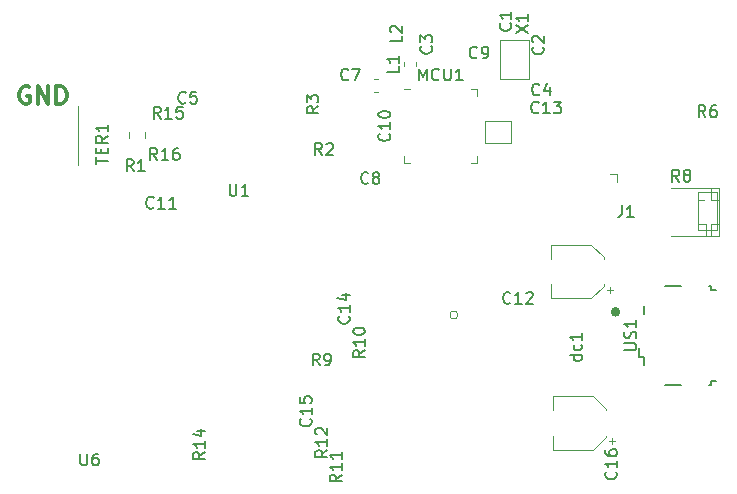
<source format=gbr>
G04 #@! TF.GenerationSoftware,KiCad,Pcbnew,(5.1.2)-1*
G04 #@! TF.CreationDate,2019-08-02T22:36:28-03:00*
G04 #@! TF.ProjectId,Medidor,4d656469-646f-4722-9e6b-696361645f70,rev?*
G04 #@! TF.SameCoordinates,Original*
G04 #@! TF.FileFunction,Legend,Top*
G04 #@! TF.FilePolarity,Positive*
%FSLAX46Y46*%
G04 Gerber Fmt 4.6, Leading zero omitted, Abs format (unit mm)*
G04 Created by KiCad (PCBNEW (5.1.2)-1) date 2019-08-02 22:36:28*
%MOMM*%
%LPD*%
G04 APERTURE LIST*
%ADD10C,0.120000*%
%ADD11C,0.300000*%
%ADD12C,0.400000*%
%ADD13C,0.150000*%
G04 APERTURE END LIST*
D10*
X121309458Y-119253000D02*
G75*
G03X121309458Y-119253000I-341958J0D01*
G01*
X143351250Y-109537500D02*
X142779750Y-109537500D01*
X142240000Y-111506000D02*
X141668500Y-111506000D01*
X142176500Y-109537500D02*
X141605000Y-109537500D01*
X143383000Y-111506000D02*
X142811500Y-111506000D01*
X142303500Y-112522000D02*
X142303500Y-111506000D01*
X142748000Y-109537500D02*
X142748000Y-108521500D01*
X142748000Y-112522000D02*
X142748000Y-111506000D01*
X139383000Y-112521500D02*
X143383000Y-112521500D01*
X139383000Y-108521500D02*
X143383000Y-108521500D01*
X143383000Y-108521500D02*
X143383000Y-112521500D01*
D11*
X85026642Y-99961000D02*
X84883785Y-99889571D01*
X84669500Y-99889571D01*
X84455214Y-99961000D01*
X84312357Y-100103857D01*
X84240928Y-100246714D01*
X84169500Y-100532428D01*
X84169500Y-100746714D01*
X84240928Y-101032428D01*
X84312357Y-101175285D01*
X84455214Y-101318142D01*
X84669500Y-101389571D01*
X84812357Y-101389571D01*
X85026642Y-101318142D01*
X85098071Y-101246714D01*
X85098071Y-100746714D01*
X84812357Y-100746714D01*
X85740928Y-101389571D02*
X85740928Y-99889571D01*
X86598071Y-101389571D01*
X86598071Y-99889571D01*
X87312357Y-101389571D02*
X87312357Y-99889571D01*
X87669500Y-99889571D01*
X87883785Y-99961000D01*
X88026642Y-100103857D01*
X88098071Y-100246714D01*
X88169500Y-100532428D01*
X88169500Y-100746714D01*
X88098071Y-101032428D01*
X88026642Y-101175285D01*
X87883785Y-101318142D01*
X87669500Y-101389571D01*
X87312357Y-101389571D01*
D10*
X134797800Y-107315000D02*
X134797800Y-107950000D01*
X134162800Y-107315000D02*
X134797800Y-107315000D01*
X114238721Y-100332000D02*
X114564279Y-100332000D01*
X114238721Y-99312000D02*
X114564279Y-99312000D01*
X129143500Y-113310000D02*
X129143500Y-114510000D01*
X129143500Y-117830000D02*
X129143500Y-116630000D01*
X132599063Y-117830000D02*
X129143500Y-117830000D01*
X132599063Y-113310000D02*
X129143500Y-113310000D01*
X133663500Y-114374437D02*
X133663500Y-114510000D01*
X133663500Y-116765563D02*
X133663500Y-116630000D01*
X133663500Y-116765563D02*
X132599063Y-117830000D01*
X133663500Y-114374437D02*
X132599063Y-113310000D01*
X134403500Y-117130000D02*
X133903500Y-117130000D01*
X134153500Y-117380000D02*
X134153500Y-116880000D01*
X134322000Y-130207000D02*
X134322000Y-129707000D01*
X134572000Y-129957000D02*
X134072000Y-129957000D01*
X133832000Y-127201437D02*
X132767563Y-126137000D01*
X133832000Y-129592563D02*
X132767563Y-130657000D01*
X133832000Y-129592563D02*
X133832000Y-129457000D01*
X133832000Y-127201437D02*
X133832000Y-127337000D01*
X132767563Y-126137000D02*
X129312000Y-126137000D01*
X132767563Y-130657000D02*
X129312000Y-130657000D01*
X129312000Y-130657000D02*
X129312000Y-129457000D01*
X129312000Y-126137000D02*
X129312000Y-127337000D01*
X117794500Y-98168779D02*
X117794500Y-97843221D01*
X116774500Y-98168779D02*
X116774500Y-97843221D01*
X117264500Y-100141000D02*
X116714500Y-100141000D01*
X122934500Y-106361000D02*
X122934500Y-105811000D01*
X122384500Y-106361000D02*
X122934500Y-106361000D01*
X116714500Y-106361000D02*
X116714500Y-105811000D01*
X117264500Y-106361000D02*
X116714500Y-106361000D01*
X122934500Y-100141000D02*
X122934500Y-100691000D01*
X122384500Y-100141000D02*
X122934500Y-100141000D01*
X141605000Y-112059000D02*
X143225000Y-112059000D01*
X143225000Y-108839000D02*
X143230600Y-112059000D01*
X141605000Y-108839000D02*
X143225000Y-108839000D01*
X141605000Y-108839000D02*
X141605000Y-112059000D01*
X94842400Y-104273878D02*
X94842400Y-103756722D01*
X93422400Y-104273878D02*
X93422400Y-103756722D01*
X127361000Y-95948500D02*
X127361000Y-99268500D01*
X124841000Y-99268500D02*
X127361000Y-99268500D01*
X124841000Y-95948500D02*
X124841000Y-99268500D01*
X124841000Y-95948500D02*
X127361000Y-95948500D01*
X123571000Y-104724200D02*
X123571000Y-102793800D01*
X125806200Y-104724200D02*
X123571000Y-104724200D01*
X125806200Y-102793800D02*
X125806200Y-104724200D01*
X123571000Y-102793800D02*
X125806200Y-102793800D01*
D12*
X134835000Y-118990500D02*
G75*
G03X134835000Y-118990500I-200000J0D01*
G01*
D13*
X138796000Y-125139000D02*
X140196000Y-125139000D01*
X142596000Y-125139000D02*
X142746000Y-125139000D01*
X142746000Y-125139000D02*
X142746000Y-124839000D01*
X142746000Y-124839000D02*
X143196000Y-124839000D01*
X143196000Y-117139000D02*
X142746000Y-117139000D01*
X142746000Y-117139000D02*
X142746000Y-116839000D01*
X142746000Y-116839000D02*
X142596000Y-116839000D01*
X140196000Y-116839000D02*
X138796000Y-116839000D01*
X136621000Y-122064000D02*
X136621000Y-122789000D01*
X136621000Y-122789000D02*
X137046000Y-122789000D01*
X137046000Y-122789000D02*
X137046000Y-123514000D01*
X137046000Y-119189000D02*
X137046000Y-118464000D01*
D10*
X89103200Y-101549200D02*
X89103200Y-106549200D01*
D13*
X128204933Y-100560142D02*
X128157314Y-100607761D01*
X128014457Y-100655380D01*
X127919219Y-100655380D01*
X127776361Y-100607761D01*
X127681123Y-100512523D01*
X127633504Y-100417285D01*
X127585885Y-100226809D01*
X127585885Y-100083952D01*
X127633504Y-99893476D01*
X127681123Y-99798238D01*
X127776361Y-99703000D01*
X127919219Y-99655380D01*
X128014457Y-99655380D01*
X128157314Y-99703000D01*
X128204933Y-99750619D01*
X129062076Y-99988714D02*
X129062076Y-100655380D01*
X128823980Y-99607761D02*
X128585885Y-100322047D01*
X129204933Y-100322047D01*
X135201066Y-109955080D02*
X135201066Y-110669366D01*
X135153447Y-110812223D01*
X135058209Y-110907461D01*
X134915352Y-110955080D01*
X134820114Y-110955080D01*
X136201066Y-110955080D02*
X135629638Y-110955080D01*
X135915352Y-110955080D02*
X135915352Y-109955080D01*
X135820114Y-110097938D01*
X135724876Y-110193176D01*
X135629638Y-110240795D01*
X125733142Y-94550666D02*
X125780761Y-94598285D01*
X125828380Y-94741142D01*
X125828380Y-94836380D01*
X125780761Y-94979238D01*
X125685523Y-95074476D01*
X125590285Y-95122095D01*
X125399809Y-95169714D01*
X125256952Y-95169714D01*
X125066476Y-95122095D01*
X124971238Y-95074476D01*
X124876000Y-94979238D01*
X124828380Y-94836380D01*
X124828380Y-94741142D01*
X124876000Y-94598285D01*
X124923619Y-94550666D01*
X125828380Y-93598285D02*
X125828380Y-94169714D01*
X125828380Y-93884000D02*
X124828380Y-93884000D01*
X124971238Y-93979238D01*
X125066476Y-94074476D01*
X125114095Y-94169714D01*
X128500142Y-96559666D02*
X128547761Y-96607285D01*
X128595380Y-96750142D01*
X128595380Y-96845380D01*
X128547761Y-96988238D01*
X128452523Y-97083476D01*
X128357285Y-97131095D01*
X128166809Y-97178714D01*
X128023952Y-97178714D01*
X127833476Y-97131095D01*
X127738238Y-97083476D01*
X127643000Y-96988238D01*
X127595380Y-96845380D01*
X127595380Y-96750142D01*
X127643000Y-96607285D01*
X127690619Y-96559666D01*
X127690619Y-96178714D02*
X127643000Y-96131095D01*
X127595380Y-96035857D01*
X127595380Y-95797761D01*
X127643000Y-95702523D01*
X127690619Y-95654904D01*
X127785857Y-95607285D01*
X127881095Y-95607285D01*
X128023952Y-95654904D01*
X128595380Y-96226333D01*
X128595380Y-95607285D01*
X119038642Y-96496166D02*
X119086261Y-96543785D01*
X119133880Y-96686642D01*
X119133880Y-96781880D01*
X119086261Y-96924738D01*
X118991023Y-97019976D01*
X118895785Y-97067595D01*
X118705309Y-97115214D01*
X118562452Y-97115214D01*
X118371976Y-97067595D01*
X118276738Y-97019976D01*
X118181500Y-96924738D01*
X118133880Y-96781880D01*
X118133880Y-96686642D01*
X118181500Y-96543785D01*
X118229119Y-96496166D01*
X118133880Y-96162833D02*
X118133880Y-95543785D01*
X118514833Y-95877119D01*
X118514833Y-95734261D01*
X118562452Y-95639023D01*
X118610071Y-95591404D01*
X118705309Y-95543785D01*
X118943404Y-95543785D01*
X119038642Y-95591404D01*
X119086261Y-95639023D01*
X119133880Y-95734261D01*
X119133880Y-96019976D01*
X119086261Y-96115214D01*
X119038642Y-96162833D01*
X98258333Y-101256242D02*
X98210714Y-101303861D01*
X98067857Y-101351480D01*
X97972619Y-101351480D01*
X97829761Y-101303861D01*
X97734523Y-101208623D01*
X97686904Y-101113385D01*
X97639285Y-100922909D01*
X97639285Y-100780052D01*
X97686904Y-100589576D01*
X97734523Y-100494338D01*
X97829761Y-100399100D01*
X97972619Y-100351480D01*
X98067857Y-100351480D01*
X98210714Y-100399100D01*
X98258333Y-100446719D01*
X99163095Y-100351480D02*
X98686904Y-100351480D01*
X98639285Y-100827671D01*
X98686904Y-100780052D01*
X98782142Y-100732433D01*
X99020238Y-100732433D01*
X99115476Y-100780052D01*
X99163095Y-100827671D01*
X99210714Y-100922909D01*
X99210714Y-101161004D01*
X99163095Y-101256242D01*
X99115476Y-101303861D01*
X99020238Y-101351480D01*
X98782142Y-101351480D01*
X98686904Y-101303861D01*
X98639285Y-101256242D01*
X112037833Y-99290142D02*
X111990214Y-99337761D01*
X111847357Y-99385380D01*
X111752119Y-99385380D01*
X111609261Y-99337761D01*
X111514023Y-99242523D01*
X111466404Y-99147285D01*
X111418785Y-98956809D01*
X111418785Y-98813952D01*
X111466404Y-98623476D01*
X111514023Y-98528238D01*
X111609261Y-98433000D01*
X111752119Y-98385380D01*
X111847357Y-98385380D01*
X111990214Y-98433000D01*
X112037833Y-98480619D01*
X112371166Y-98385380D02*
X113037833Y-98385380D01*
X112609261Y-99385380D01*
X113711833Y-108053142D02*
X113664214Y-108100761D01*
X113521357Y-108148380D01*
X113426119Y-108148380D01*
X113283261Y-108100761D01*
X113188023Y-108005523D01*
X113140404Y-107910285D01*
X113092785Y-107719809D01*
X113092785Y-107576952D01*
X113140404Y-107386476D01*
X113188023Y-107291238D01*
X113283261Y-107196000D01*
X113426119Y-107148380D01*
X113521357Y-107148380D01*
X113664214Y-107196000D01*
X113711833Y-107243619D01*
X114283261Y-107576952D02*
X114188023Y-107529333D01*
X114140404Y-107481714D01*
X114092785Y-107386476D01*
X114092785Y-107338857D01*
X114140404Y-107243619D01*
X114188023Y-107196000D01*
X114283261Y-107148380D01*
X114473738Y-107148380D01*
X114568976Y-107196000D01*
X114616595Y-107243619D01*
X114664214Y-107338857D01*
X114664214Y-107386476D01*
X114616595Y-107481714D01*
X114568976Y-107529333D01*
X114473738Y-107576952D01*
X114283261Y-107576952D01*
X114188023Y-107624571D01*
X114140404Y-107672190D01*
X114092785Y-107767428D01*
X114092785Y-107957904D01*
X114140404Y-108053142D01*
X114188023Y-108100761D01*
X114283261Y-108148380D01*
X114473738Y-108148380D01*
X114568976Y-108100761D01*
X114616595Y-108053142D01*
X114664214Y-107957904D01*
X114664214Y-107767428D01*
X114616595Y-107672190D01*
X114568976Y-107624571D01*
X114473738Y-107576952D01*
X122919333Y-97425642D02*
X122871714Y-97473261D01*
X122728857Y-97520880D01*
X122633619Y-97520880D01*
X122490761Y-97473261D01*
X122395523Y-97378023D01*
X122347904Y-97282785D01*
X122300285Y-97092309D01*
X122300285Y-96949452D01*
X122347904Y-96758976D01*
X122395523Y-96663738D01*
X122490761Y-96568500D01*
X122633619Y-96520880D01*
X122728857Y-96520880D01*
X122871714Y-96568500D01*
X122919333Y-96616119D01*
X123395523Y-97520880D02*
X123586000Y-97520880D01*
X123681238Y-97473261D01*
X123728857Y-97425642D01*
X123824095Y-97282785D01*
X123871714Y-97092309D01*
X123871714Y-96711357D01*
X123824095Y-96616119D01*
X123776476Y-96568500D01*
X123681238Y-96520880D01*
X123490761Y-96520880D01*
X123395523Y-96568500D01*
X123347904Y-96616119D01*
X123300285Y-96711357D01*
X123300285Y-96949452D01*
X123347904Y-97044690D01*
X123395523Y-97092309D01*
X123490761Y-97139928D01*
X123681238Y-97139928D01*
X123776476Y-97092309D01*
X123824095Y-97044690D01*
X123871714Y-96949452D01*
X115482642Y-103893857D02*
X115530261Y-103941476D01*
X115577880Y-104084333D01*
X115577880Y-104179571D01*
X115530261Y-104322428D01*
X115435023Y-104417666D01*
X115339785Y-104465285D01*
X115149309Y-104512904D01*
X115006452Y-104512904D01*
X114815976Y-104465285D01*
X114720738Y-104417666D01*
X114625500Y-104322428D01*
X114577880Y-104179571D01*
X114577880Y-104084333D01*
X114625500Y-103941476D01*
X114673119Y-103893857D01*
X115577880Y-102941476D02*
X115577880Y-103512904D01*
X115577880Y-103227190D02*
X114577880Y-103227190D01*
X114720738Y-103322428D01*
X114815976Y-103417666D01*
X114863595Y-103512904D01*
X114577880Y-102322428D02*
X114577880Y-102227190D01*
X114625500Y-102131952D01*
X114673119Y-102084333D01*
X114768357Y-102036714D01*
X114958833Y-101989095D01*
X115196928Y-101989095D01*
X115387404Y-102036714D01*
X115482642Y-102084333D01*
X115530261Y-102131952D01*
X115577880Y-102227190D01*
X115577880Y-102322428D01*
X115530261Y-102417666D01*
X115482642Y-102465285D01*
X115387404Y-102512904D01*
X115196928Y-102560523D01*
X114958833Y-102560523D01*
X114768357Y-102512904D01*
X114673119Y-102465285D01*
X114625500Y-102417666D01*
X114577880Y-102322428D01*
X95536642Y-110148642D02*
X95489023Y-110196261D01*
X95346166Y-110243880D01*
X95250928Y-110243880D01*
X95108071Y-110196261D01*
X95012833Y-110101023D01*
X94965214Y-110005785D01*
X94917595Y-109815309D01*
X94917595Y-109672452D01*
X94965214Y-109481976D01*
X95012833Y-109386738D01*
X95108071Y-109291500D01*
X95250928Y-109243880D01*
X95346166Y-109243880D01*
X95489023Y-109291500D01*
X95536642Y-109339119D01*
X96489023Y-110243880D02*
X95917595Y-110243880D01*
X96203309Y-110243880D02*
X96203309Y-109243880D01*
X96108071Y-109386738D01*
X96012833Y-109481976D01*
X95917595Y-109529595D01*
X97441404Y-110243880D02*
X96869976Y-110243880D01*
X97155690Y-110243880D02*
X97155690Y-109243880D01*
X97060452Y-109386738D01*
X96965214Y-109481976D01*
X96869976Y-109529595D01*
X125744142Y-118213142D02*
X125696523Y-118260761D01*
X125553666Y-118308380D01*
X125458428Y-118308380D01*
X125315571Y-118260761D01*
X125220333Y-118165523D01*
X125172714Y-118070285D01*
X125125095Y-117879809D01*
X125125095Y-117736952D01*
X125172714Y-117546476D01*
X125220333Y-117451238D01*
X125315571Y-117356000D01*
X125458428Y-117308380D01*
X125553666Y-117308380D01*
X125696523Y-117356000D01*
X125744142Y-117403619D01*
X126696523Y-118308380D02*
X126125095Y-118308380D01*
X126410809Y-118308380D02*
X126410809Y-117308380D01*
X126315571Y-117451238D01*
X126220333Y-117546476D01*
X126125095Y-117594095D01*
X127077476Y-117403619D02*
X127125095Y-117356000D01*
X127220333Y-117308380D01*
X127458428Y-117308380D01*
X127553666Y-117356000D01*
X127601285Y-117403619D01*
X127648904Y-117498857D01*
X127648904Y-117594095D01*
X127601285Y-117736952D01*
X127029857Y-118308380D01*
X127648904Y-118308380D01*
X128135142Y-102084142D02*
X128087523Y-102131761D01*
X127944666Y-102179380D01*
X127849428Y-102179380D01*
X127706571Y-102131761D01*
X127611333Y-102036523D01*
X127563714Y-101941285D01*
X127516095Y-101750809D01*
X127516095Y-101607952D01*
X127563714Y-101417476D01*
X127611333Y-101322238D01*
X127706571Y-101227000D01*
X127849428Y-101179380D01*
X127944666Y-101179380D01*
X128087523Y-101227000D01*
X128135142Y-101274619D01*
X129087523Y-102179380D02*
X128516095Y-102179380D01*
X128801809Y-102179380D02*
X128801809Y-101179380D01*
X128706571Y-101322238D01*
X128611333Y-101417476D01*
X128516095Y-101465095D01*
X129420857Y-101179380D02*
X130039904Y-101179380D01*
X129706571Y-101560333D01*
X129849428Y-101560333D01*
X129944666Y-101607952D01*
X129992285Y-101655571D01*
X130039904Y-101750809D01*
X130039904Y-101988904D01*
X129992285Y-102084142D01*
X129944666Y-102131761D01*
X129849428Y-102179380D01*
X129563714Y-102179380D01*
X129468476Y-102131761D01*
X129420857Y-102084142D01*
X112053642Y-119357657D02*
X112101261Y-119405276D01*
X112148880Y-119548133D01*
X112148880Y-119643371D01*
X112101261Y-119786228D01*
X112006023Y-119881466D01*
X111910785Y-119929085D01*
X111720309Y-119976704D01*
X111577452Y-119976704D01*
X111386976Y-119929085D01*
X111291738Y-119881466D01*
X111196500Y-119786228D01*
X111148880Y-119643371D01*
X111148880Y-119548133D01*
X111196500Y-119405276D01*
X111244119Y-119357657D01*
X112148880Y-118405276D02*
X112148880Y-118976704D01*
X112148880Y-118690990D02*
X111148880Y-118690990D01*
X111291738Y-118786228D01*
X111386976Y-118881466D01*
X111434595Y-118976704D01*
X111482214Y-117548133D02*
X112148880Y-117548133D01*
X111101261Y-117786228D02*
X111815547Y-118024323D01*
X111815547Y-117405276D01*
X108815142Y-128046857D02*
X108862761Y-128094476D01*
X108910380Y-128237333D01*
X108910380Y-128332571D01*
X108862761Y-128475428D01*
X108767523Y-128570666D01*
X108672285Y-128618285D01*
X108481809Y-128665904D01*
X108338952Y-128665904D01*
X108148476Y-128618285D01*
X108053238Y-128570666D01*
X107958000Y-128475428D01*
X107910380Y-128332571D01*
X107910380Y-128237333D01*
X107958000Y-128094476D01*
X108005619Y-128046857D01*
X108910380Y-127094476D02*
X108910380Y-127665904D01*
X108910380Y-127380190D02*
X107910380Y-127380190D01*
X108053238Y-127475428D01*
X108148476Y-127570666D01*
X108196095Y-127665904D01*
X107910380Y-126189714D02*
X107910380Y-126665904D01*
X108386571Y-126713523D01*
X108338952Y-126665904D01*
X108291333Y-126570666D01*
X108291333Y-126332571D01*
X108338952Y-126237333D01*
X108386571Y-126189714D01*
X108481809Y-126142095D01*
X108719904Y-126142095D01*
X108815142Y-126189714D01*
X108862761Y-126237333D01*
X108910380Y-126332571D01*
X108910380Y-126570666D01*
X108862761Y-126665904D01*
X108815142Y-126713523D01*
X134659642Y-132532357D02*
X134707261Y-132579976D01*
X134754880Y-132722833D01*
X134754880Y-132818071D01*
X134707261Y-132960928D01*
X134612023Y-133056166D01*
X134516785Y-133103785D01*
X134326309Y-133151404D01*
X134183452Y-133151404D01*
X133992976Y-133103785D01*
X133897738Y-133056166D01*
X133802500Y-132960928D01*
X133754880Y-132818071D01*
X133754880Y-132722833D01*
X133802500Y-132579976D01*
X133850119Y-132532357D01*
X134754880Y-131579976D02*
X134754880Y-132151404D01*
X134754880Y-131865690D02*
X133754880Y-131865690D01*
X133897738Y-131960928D01*
X133992976Y-132056166D01*
X134040595Y-132151404D01*
X133754880Y-130722833D02*
X133754880Y-130913309D01*
X133802500Y-131008547D01*
X133850119Y-131056166D01*
X133992976Y-131151404D01*
X134183452Y-131199023D01*
X134564404Y-131199023D01*
X134659642Y-131151404D01*
X134707261Y-131103785D01*
X134754880Y-131008547D01*
X134754880Y-130818071D01*
X134707261Y-130722833D01*
X134659642Y-130675214D01*
X134564404Y-130627595D01*
X134326309Y-130627595D01*
X134231071Y-130675214D01*
X134183452Y-130722833D01*
X134135833Y-130818071D01*
X134135833Y-131008547D01*
X134183452Y-131103785D01*
X134231071Y-131151404D01*
X134326309Y-131199023D01*
X116306880Y-98172666D02*
X116306880Y-98648857D01*
X115306880Y-98648857D01*
X116306880Y-97315523D02*
X116306880Y-97886952D01*
X116306880Y-97601238D02*
X115306880Y-97601238D01*
X115449738Y-97696476D01*
X115544976Y-97791714D01*
X115592595Y-97886952D01*
X116566880Y-95607166D02*
X116566880Y-96083357D01*
X115566880Y-96083357D01*
X115662119Y-95321452D02*
X115614500Y-95273833D01*
X115566880Y-95178595D01*
X115566880Y-94940500D01*
X115614500Y-94845261D01*
X115662119Y-94797642D01*
X115757357Y-94750023D01*
X115852595Y-94750023D01*
X115995452Y-94797642D01*
X116566880Y-95369071D01*
X116566880Y-94750023D01*
X117991166Y-99383380D02*
X117991166Y-98383380D01*
X118324500Y-99097666D01*
X118657833Y-98383380D01*
X118657833Y-99383380D01*
X119705452Y-99288142D02*
X119657833Y-99335761D01*
X119514976Y-99383380D01*
X119419738Y-99383380D01*
X119276880Y-99335761D01*
X119181642Y-99240523D01*
X119134023Y-99145285D01*
X119086404Y-98954809D01*
X119086404Y-98811952D01*
X119134023Y-98621476D01*
X119181642Y-98526238D01*
X119276880Y-98431000D01*
X119419738Y-98383380D01*
X119514976Y-98383380D01*
X119657833Y-98431000D01*
X119705452Y-98478619D01*
X120134023Y-98383380D02*
X120134023Y-99192904D01*
X120181642Y-99288142D01*
X120229261Y-99335761D01*
X120324500Y-99383380D01*
X120514976Y-99383380D01*
X120610214Y-99335761D01*
X120657833Y-99288142D01*
X120705452Y-99192904D01*
X120705452Y-98383380D01*
X121705452Y-99383380D02*
X121134023Y-99383380D01*
X121419738Y-99383380D02*
X121419738Y-98383380D01*
X121324500Y-98526238D01*
X121229261Y-98621476D01*
X121134023Y-98669095D01*
X109792333Y-105708380D02*
X109459000Y-105232190D01*
X109220904Y-105708380D02*
X109220904Y-104708380D01*
X109601857Y-104708380D01*
X109697095Y-104756000D01*
X109744714Y-104803619D01*
X109792333Y-104898857D01*
X109792333Y-105041714D01*
X109744714Y-105136952D01*
X109697095Y-105184571D01*
X109601857Y-105232190D01*
X109220904Y-105232190D01*
X110173285Y-104803619D02*
X110220904Y-104756000D01*
X110316142Y-104708380D01*
X110554238Y-104708380D01*
X110649476Y-104756000D01*
X110697095Y-104803619D01*
X110744714Y-104898857D01*
X110744714Y-104994095D01*
X110697095Y-105136952D01*
X110125666Y-105708380D01*
X110744714Y-105708380D01*
X109492180Y-101588866D02*
X109015990Y-101922200D01*
X109492180Y-102160295D02*
X108492180Y-102160295D01*
X108492180Y-101779342D01*
X108539800Y-101684104D01*
X108587419Y-101636485D01*
X108682657Y-101588866D01*
X108825514Y-101588866D01*
X108920752Y-101636485D01*
X108968371Y-101684104D01*
X109015990Y-101779342D01*
X109015990Y-102160295D01*
X108492180Y-101255533D02*
X108492180Y-100636485D01*
X108873133Y-100969819D01*
X108873133Y-100826961D01*
X108920752Y-100731723D01*
X108968371Y-100684104D01*
X109063609Y-100636485D01*
X109301704Y-100636485D01*
X109396942Y-100684104D01*
X109444561Y-100731723D01*
X109492180Y-100826961D01*
X109492180Y-101112676D01*
X109444561Y-101207914D01*
X109396942Y-101255533D01*
X142263833Y-102496880D02*
X141930500Y-102020690D01*
X141692404Y-102496880D02*
X141692404Y-101496880D01*
X142073357Y-101496880D01*
X142168595Y-101544500D01*
X142216214Y-101592119D01*
X142263833Y-101687357D01*
X142263833Y-101830214D01*
X142216214Y-101925452D01*
X142168595Y-101973071D01*
X142073357Y-102020690D01*
X141692404Y-102020690D01*
X143120976Y-101496880D02*
X142930500Y-101496880D01*
X142835261Y-101544500D01*
X142787642Y-101592119D01*
X142692404Y-101734976D01*
X142644785Y-101925452D01*
X142644785Y-102306404D01*
X142692404Y-102401642D01*
X142740023Y-102449261D01*
X142835261Y-102496880D01*
X143025738Y-102496880D01*
X143120976Y-102449261D01*
X143168595Y-102401642D01*
X143216214Y-102306404D01*
X143216214Y-102068309D01*
X143168595Y-101973071D01*
X143120976Y-101925452D01*
X143025738Y-101877833D01*
X142835261Y-101877833D01*
X142740023Y-101925452D01*
X142692404Y-101973071D01*
X142644785Y-102068309D01*
X140041333Y-107957880D02*
X139708000Y-107481690D01*
X139469904Y-107957880D02*
X139469904Y-106957880D01*
X139850857Y-106957880D01*
X139946095Y-107005500D01*
X139993714Y-107053119D01*
X140041333Y-107148357D01*
X140041333Y-107291214D01*
X139993714Y-107386452D01*
X139946095Y-107434071D01*
X139850857Y-107481690D01*
X139469904Y-107481690D01*
X140612761Y-107386452D02*
X140517523Y-107338833D01*
X140469904Y-107291214D01*
X140422285Y-107195976D01*
X140422285Y-107148357D01*
X140469904Y-107053119D01*
X140517523Y-107005500D01*
X140612761Y-106957880D01*
X140803238Y-106957880D01*
X140898476Y-107005500D01*
X140946095Y-107053119D01*
X140993714Y-107148357D01*
X140993714Y-107195976D01*
X140946095Y-107291214D01*
X140898476Y-107338833D01*
X140803238Y-107386452D01*
X140612761Y-107386452D01*
X140517523Y-107434071D01*
X140469904Y-107481690D01*
X140422285Y-107576928D01*
X140422285Y-107767404D01*
X140469904Y-107862642D01*
X140517523Y-107910261D01*
X140612761Y-107957880D01*
X140803238Y-107957880D01*
X140898476Y-107910261D01*
X140946095Y-107862642D01*
X140993714Y-107767404D01*
X140993714Y-107576928D01*
X140946095Y-107481690D01*
X140898476Y-107434071D01*
X140803238Y-107386452D01*
X109601833Y-123515380D02*
X109268500Y-123039190D01*
X109030404Y-123515380D02*
X109030404Y-122515380D01*
X109411357Y-122515380D01*
X109506595Y-122563000D01*
X109554214Y-122610619D01*
X109601833Y-122705857D01*
X109601833Y-122848714D01*
X109554214Y-122943952D01*
X109506595Y-122991571D01*
X109411357Y-123039190D01*
X109030404Y-123039190D01*
X110078023Y-123515380D02*
X110268500Y-123515380D01*
X110363738Y-123467761D01*
X110411357Y-123420142D01*
X110506595Y-123277285D01*
X110554214Y-123086809D01*
X110554214Y-122705857D01*
X110506595Y-122610619D01*
X110458976Y-122563000D01*
X110363738Y-122515380D01*
X110173261Y-122515380D01*
X110078023Y-122563000D01*
X110030404Y-122610619D01*
X109982785Y-122705857D01*
X109982785Y-122943952D01*
X110030404Y-123039190D01*
X110078023Y-123086809D01*
X110173261Y-123134428D01*
X110363738Y-123134428D01*
X110458976Y-123086809D01*
X110506595Y-123039190D01*
X110554214Y-122943952D01*
X113418880Y-122245357D02*
X112942690Y-122578690D01*
X113418880Y-122816785D02*
X112418880Y-122816785D01*
X112418880Y-122435833D01*
X112466500Y-122340595D01*
X112514119Y-122292976D01*
X112609357Y-122245357D01*
X112752214Y-122245357D01*
X112847452Y-122292976D01*
X112895071Y-122340595D01*
X112942690Y-122435833D01*
X112942690Y-122816785D01*
X113418880Y-121292976D02*
X113418880Y-121864404D01*
X113418880Y-121578690D02*
X112418880Y-121578690D01*
X112561738Y-121673928D01*
X112656976Y-121769166D01*
X112704595Y-121864404D01*
X112418880Y-120673928D02*
X112418880Y-120578690D01*
X112466500Y-120483452D01*
X112514119Y-120435833D01*
X112609357Y-120388214D01*
X112799833Y-120340595D01*
X113037928Y-120340595D01*
X113228404Y-120388214D01*
X113323642Y-120435833D01*
X113371261Y-120483452D01*
X113418880Y-120578690D01*
X113418880Y-120673928D01*
X113371261Y-120769166D01*
X113323642Y-120816785D01*
X113228404Y-120864404D01*
X113037928Y-120912023D01*
X112799833Y-120912023D01*
X112609357Y-120864404D01*
X112514119Y-120816785D01*
X112466500Y-120769166D01*
X112418880Y-120673928D01*
X111450380Y-132763357D02*
X110974190Y-133096690D01*
X111450380Y-133334785D02*
X110450380Y-133334785D01*
X110450380Y-132953833D01*
X110498000Y-132858595D01*
X110545619Y-132810976D01*
X110640857Y-132763357D01*
X110783714Y-132763357D01*
X110878952Y-132810976D01*
X110926571Y-132858595D01*
X110974190Y-132953833D01*
X110974190Y-133334785D01*
X111450380Y-131810976D02*
X111450380Y-132382404D01*
X111450380Y-132096690D02*
X110450380Y-132096690D01*
X110593238Y-132191928D01*
X110688476Y-132287166D01*
X110736095Y-132382404D01*
X111450380Y-130858595D02*
X111450380Y-131430023D01*
X111450380Y-131144309D02*
X110450380Y-131144309D01*
X110593238Y-131239547D01*
X110688476Y-131334785D01*
X110736095Y-131430023D01*
X110243880Y-130690857D02*
X109767690Y-131024190D01*
X110243880Y-131262285D02*
X109243880Y-131262285D01*
X109243880Y-130881333D01*
X109291500Y-130786095D01*
X109339119Y-130738476D01*
X109434357Y-130690857D01*
X109577214Y-130690857D01*
X109672452Y-130738476D01*
X109720071Y-130786095D01*
X109767690Y-130881333D01*
X109767690Y-131262285D01*
X110243880Y-129738476D02*
X110243880Y-130309904D01*
X110243880Y-130024190D02*
X109243880Y-130024190D01*
X109386738Y-130119428D01*
X109481976Y-130214666D01*
X109529595Y-130309904D01*
X109339119Y-129357523D02*
X109291500Y-129309904D01*
X109243880Y-129214666D01*
X109243880Y-128976571D01*
X109291500Y-128881333D01*
X109339119Y-128833714D01*
X109434357Y-128786095D01*
X109529595Y-128786095D01*
X109672452Y-128833714D01*
X110243880Y-129405142D01*
X110243880Y-128786095D01*
X99893380Y-130858357D02*
X99417190Y-131191690D01*
X99893380Y-131429785D02*
X98893380Y-131429785D01*
X98893380Y-131048833D01*
X98941000Y-130953595D01*
X98988619Y-130905976D01*
X99083857Y-130858357D01*
X99226714Y-130858357D01*
X99321952Y-130905976D01*
X99369571Y-130953595D01*
X99417190Y-131048833D01*
X99417190Y-131429785D01*
X99893380Y-129905976D02*
X99893380Y-130477404D01*
X99893380Y-130191690D02*
X98893380Y-130191690D01*
X99036238Y-130286928D01*
X99131476Y-130382166D01*
X99179095Y-130477404D01*
X99226714Y-129048833D02*
X99893380Y-129048833D01*
X98845761Y-129286928D02*
X99560047Y-129525023D01*
X99560047Y-128905976D01*
X96131142Y-102623880D02*
X95797809Y-102147690D01*
X95559714Y-102623880D02*
X95559714Y-101623880D01*
X95940666Y-101623880D01*
X96035904Y-101671500D01*
X96083523Y-101719119D01*
X96131142Y-101814357D01*
X96131142Y-101957214D01*
X96083523Y-102052452D01*
X96035904Y-102100071D01*
X95940666Y-102147690D01*
X95559714Y-102147690D01*
X97083523Y-102623880D02*
X96512095Y-102623880D01*
X96797809Y-102623880D02*
X96797809Y-101623880D01*
X96702571Y-101766738D01*
X96607333Y-101861976D01*
X96512095Y-101909595D01*
X97988285Y-101623880D02*
X97512095Y-101623880D01*
X97464476Y-102100071D01*
X97512095Y-102052452D01*
X97607333Y-102004833D01*
X97845428Y-102004833D01*
X97940666Y-102052452D01*
X97988285Y-102100071D01*
X98035904Y-102195309D01*
X98035904Y-102433404D01*
X97988285Y-102528642D01*
X97940666Y-102576261D01*
X97845428Y-102623880D01*
X97607333Y-102623880D01*
X97512095Y-102576261D01*
X97464476Y-102528642D01*
X95836642Y-106116380D02*
X95503309Y-105640190D01*
X95265214Y-106116380D02*
X95265214Y-105116380D01*
X95646166Y-105116380D01*
X95741404Y-105164000D01*
X95789023Y-105211619D01*
X95836642Y-105306857D01*
X95836642Y-105449714D01*
X95789023Y-105544952D01*
X95741404Y-105592571D01*
X95646166Y-105640190D01*
X95265214Y-105640190D01*
X96789023Y-106116380D02*
X96217595Y-106116380D01*
X96503309Y-106116380D02*
X96503309Y-105116380D01*
X96408071Y-105259238D01*
X96312833Y-105354476D01*
X96217595Y-105402095D01*
X97646166Y-105116380D02*
X97455690Y-105116380D01*
X97360452Y-105164000D01*
X97312833Y-105211619D01*
X97217595Y-105354476D01*
X97169976Y-105544952D01*
X97169976Y-105925904D01*
X97217595Y-106021142D01*
X97265214Y-106068761D01*
X97360452Y-106116380D01*
X97550928Y-106116380D01*
X97646166Y-106068761D01*
X97693785Y-106021142D01*
X97741404Y-105925904D01*
X97741404Y-105687809D01*
X97693785Y-105592571D01*
X97646166Y-105544952D01*
X97550928Y-105497333D01*
X97360452Y-105497333D01*
X97265214Y-105544952D01*
X97217595Y-105592571D01*
X97169976Y-105687809D01*
X93838733Y-107071180D02*
X93505400Y-106594990D01*
X93267304Y-107071180D02*
X93267304Y-106071180D01*
X93648257Y-106071180D01*
X93743495Y-106118800D01*
X93791114Y-106166419D01*
X93838733Y-106261657D01*
X93838733Y-106404514D01*
X93791114Y-106499752D01*
X93743495Y-106547371D01*
X93648257Y-106594990D01*
X93267304Y-106594990D01*
X94791114Y-107071180D02*
X94219685Y-107071180D01*
X94505400Y-107071180D02*
X94505400Y-106071180D01*
X94410161Y-106214038D01*
X94314923Y-106309276D01*
X94219685Y-106356895D01*
X126198380Y-95361023D02*
X127198380Y-94694357D01*
X126198380Y-94694357D02*
X127198380Y-95361023D01*
X127198380Y-93789595D02*
X127198380Y-94361023D01*
X127198380Y-94075309D02*
X126198380Y-94075309D01*
X126341238Y-94170547D01*
X126436476Y-94265785D01*
X126484095Y-94361023D01*
X89344595Y-130992880D02*
X89344595Y-131802404D01*
X89392214Y-131897642D01*
X89439833Y-131945261D01*
X89535071Y-131992880D01*
X89725547Y-131992880D01*
X89820785Y-131945261D01*
X89868404Y-131897642D01*
X89916023Y-131802404D01*
X89916023Y-130992880D01*
X90820785Y-130992880D02*
X90630309Y-130992880D01*
X90535071Y-131040500D01*
X90487452Y-131088119D01*
X90392214Y-131230976D01*
X90344595Y-131421452D01*
X90344595Y-131802404D01*
X90392214Y-131897642D01*
X90439833Y-131945261D01*
X90535071Y-131992880D01*
X90725547Y-131992880D01*
X90820785Y-131945261D01*
X90868404Y-131897642D01*
X90916023Y-131802404D01*
X90916023Y-131564309D01*
X90868404Y-131469071D01*
X90820785Y-131421452D01*
X90725547Y-131373833D01*
X90535071Y-131373833D01*
X90439833Y-131421452D01*
X90392214Y-131469071D01*
X90344595Y-131564309D01*
X131770380Y-122673976D02*
X130770380Y-122673976D01*
X131722761Y-122673976D02*
X131770380Y-122769214D01*
X131770380Y-122959690D01*
X131722761Y-123054928D01*
X131675142Y-123102547D01*
X131579904Y-123150166D01*
X131294190Y-123150166D01*
X131198952Y-123102547D01*
X131151333Y-123054928D01*
X131103714Y-122959690D01*
X131103714Y-122769214D01*
X131151333Y-122673976D01*
X131722761Y-121769214D02*
X131770380Y-121864452D01*
X131770380Y-122054928D01*
X131722761Y-122150166D01*
X131675142Y-122197785D01*
X131579904Y-122245404D01*
X131294190Y-122245404D01*
X131198952Y-122197785D01*
X131151333Y-122150166D01*
X131103714Y-122054928D01*
X131103714Y-121864452D01*
X131151333Y-121769214D01*
X131770380Y-120816833D02*
X131770380Y-121388261D01*
X131770380Y-121102547D02*
X130770380Y-121102547D01*
X130913238Y-121197785D01*
X131008476Y-121293023D01*
X131056095Y-121388261D01*
X101981095Y-108165380D02*
X101981095Y-108974904D01*
X102028714Y-109070142D01*
X102076333Y-109117761D01*
X102171571Y-109165380D01*
X102362047Y-109165380D01*
X102457285Y-109117761D01*
X102504904Y-109070142D01*
X102552523Y-108974904D01*
X102552523Y-108165380D01*
X103552523Y-109165380D02*
X102981095Y-109165380D01*
X103266809Y-109165380D02*
X103266809Y-108165380D01*
X103171571Y-108308238D01*
X103076333Y-108403476D01*
X102981095Y-108451095D01*
X135398380Y-122227095D02*
X136207904Y-122227095D01*
X136303142Y-122179476D01*
X136350761Y-122131857D01*
X136398380Y-122036619D01*
X136398380Y-121846142D01*
X136350761Y-121750904D01*
X136303142Y-121703285D01*
X136207904Y-121655666D01*
X135398380Y-121655666D01*
X136350761Y-121227095D02*
X136398380Y-121084238D01*
X136398380Y-120846142D01*
X136350761Y-120750904D01*
X136303142Y-120703285D01*
X136207904Y-120655666D01*
X136112666Y-120655666D01*
X136017428Y-120703285D01*
X135969809Y-120750904D01*
X135922190Y-120846142D01*
X135874571Y-121036619D01*
X135826952Y-121131857D01*
X135779333Y-121179476D01*
X135684095Y-121227095D01*
X135588857Y-121227095D01*
X135493619Y-121179476D01*
X135446000Y-121131857D01*
X135398380Y-121036619D01*
X135398380Y-120798523D01*
X135446000Y-120655666D01*
X136398380Y-119703285D02*
X136398380Y-120274714D01*
X136398380Y-119989000D02*
X135398380Y-119989000D01*
X135541238Y-120084238D01*
X135636476Y-120179476D01*
X135684095Y-120274714D01*
X90638380Y-106463885D02*
X90638380Y-105892457D01*
X91638380Y-106178171D02*
X90638380Y-106178171D01*
X91114571Y-105559123D02*
X91114571Y-105225790D01*
X91638380Y-105082933D02*
X91638380Y-105559123D01*
X90638380Y-105559123D01*
X90638380Y-105082933D01*
X91638380Y-104082933D02*
X91162190Y-104416266D01*
X91638380Y-104654361D02*
X90638380Y-104654361D01*
X90638380Y-104273409D01*
X90686000Y-104178171D01*
X90733619Y-104130552D01*
X90828857Y-104082933D01*
X90971714Y-104082933D01*
X91066952Y-104130552D01*
X91114571Y-104178171D01*
X91162190Y-104273409D01*
X91162190Y-104654361D01*
X91638380Y-103130552D02*
X91638380Y-103701980D01*
X91638380Y-103416266D02*
X90638380Y-103416266D01*
X90781238Y-103511504D01*
X90876476Y-103606742D01*
X90924095Y-103701980D01*
M02*

</source>
